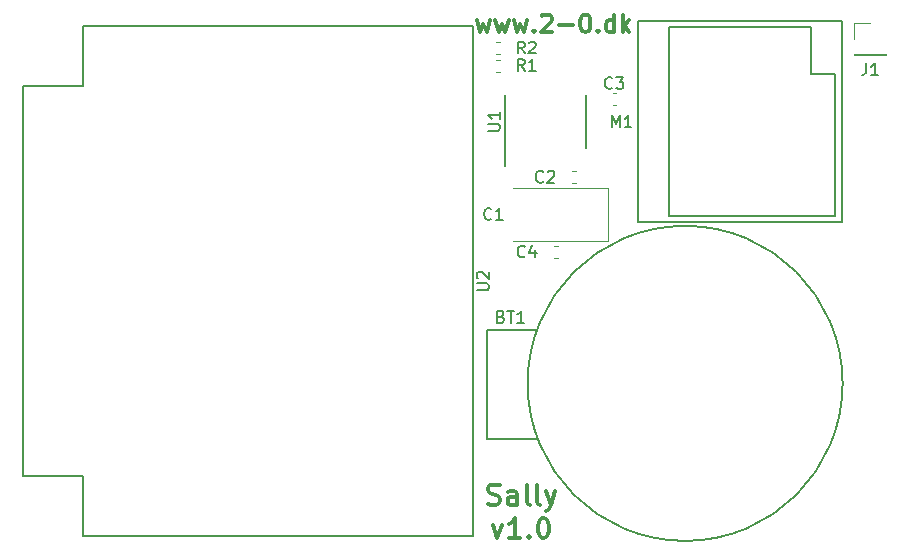
<source format=gbr>
G04 #@! TF.GenerationSoftware,KiCad,Pcbnew,5.1.8-db9833491~87~ubuntu20.04.1*
G04 #@! TF.CreationDate,2020-11-19T11:25:10+01:00*
G04 #@! TF.ProjectId,sally,73616c6c-792e-46b6-9963-61645f706362,v1.0*
G04 #@! TF.SameCoordinates,Original*
G04 #@! TF.FileFunction,Legend,Top*
G04 #@! TF.FilePolarity,Positive*
%FSLAX46Y46*%
G04 Gerber Fmt 4.6, Leading zero omitted, Abs format (unit mm)*
G04 Created by KiCad (PCBNEW 5.1.8-db9833491~87~ubuntu20.04.1) date 2020-11-19 11:25:10*
%MOMM*%
%LPD*%
G01*
G04 APERTURE LIST*
%ADD10C,0.300000*%
%ADD11C,0.150000*%
%ADD12C,0.120000*%
G04 APERTURE END LIST*
D10*
X150673942Y-121843495D02*
X150916800Y-121924447D01*
X151321561Y-121924447D01*
X151483466Y-121843495D01*
X151564419Y-121762542D01*
X151645371Y-121600638D01*
X151645371Y-121438733D01*
X151564419Y-121276828D01*
X151483466Y-121195876D01*
X151321561Y-121114923D01*
X150997752Y-121033971D01*
X150835847Y-120953019D01*
X150754895Y-120872066D01*
X150673942Y-120710161D01*
X150673942Y-120548257D01*
X150754895Y-120386352D01*
X150835847Y-120305400D01*
X150997752Y-120224447D01*
X151402514Y-120224447D01*
X151645371Y-120305400D01*
X153102514Y-121924447D02*
X153102514Y-121033971D01*
X153021561Y-120872066D01*
X152859657Y-120791114D01*
X152535847Y-120791114D01*
X152373942Y-120872066D01*
X153102514Y-121843495D02*
X152940609Y-121924447D01*
X152535847Y-121924447D01*
X152373942Y-121843495D01*
X152292990Y-121681590D01*
X152292990Y-121519685D01*
X152373942Y-121357780D01*
X152535847Y-121276828D01*
X152940609Y-121276828D01*
X153102514Y-121195876D01*
X154154895Y-121924447D02*
X153992990Y-121843495D01*
X153912038Y-121681590D01*
X153912038Y-120224447D01*
X155045371Y-121924447D02*
X154883466Y-121843495D01*
X154802514Y-121681590D01*
X154802514Y-120224447D01*
X155531085Y-120791114D02*
X155935847Y-121924447D01*
X156340609Y-120791114D02*
X155935847Y-121924447D01*
X155773942Y-122329209D01*
X155692990Y-122410161D01*
X155531085Y-122491114D01*
X151038228Y-123641114D02*
X151442990Y-124774447D01*
X151847752Y-123641114D01*
X153385847Y-124774447D02*
X152414419Y-124774447D01*
X152900133Y-124774447D02*
X152900133Y-123074447D01*
X152738228Y-123317304D01*
X152576323Y-123479209D01*
X152414419Y-123560161D01*
X154114419Y-124612542D02*
X154195371Y-124693495D01*
X154114419Y-124774447D01*
X154033466Y-124693495D01*
X154114419Y-124612542D01*
X154114419Y-124774447D01*
X155247752Y-123074447D02*
X155409657Y-123074447D01*
X155571561Y-123155400D01*
X155652514Y-123236352D01*
X155733466Y-123398257D01*
X155814419Y-123722066D01*
X155814419Y-124126828D01*
X155733466Y-124450638D01*
X155652514Y-124612542D01*
X155571561Y-124693495D01*
X155409657Y-124774447D01*
X155247752Y-124774447D01*
X155085847Y-124693495D01*
X155004895Y-124612542D01*
X154923942Y-124450638D01*
X154842990Y-124126828D01*
X154842990Y-123722066D01*
X154923942Y-123398257D01*
X155004895Y-123236352D01*
X155085847Y-123155400D01*
X155247752Y-123074447D01*
X149675000Y-80928571D02*
X149960714Y-81928571D01*
X150246428Y-81214285D01*
X150532142Y-81928571D01*
X150817857Y-80928571D01*
X151246428Y-80928571D02*
X151532142Y-81928571D01*
X151817857Y-81214285D01*
X152103571Y-81928571D01*
X152389285Y-80928571D01*
X152817857Y-80928571D02*
X153103571Y-81928571D01*
X153389285Y-81214285D01*
X153675000Y-81928571D01*
X153960714Y-80928571D01*
X154532142Y-81785714D02*
X154603571Y-81857142D01*
X154532142Y-81928571D01*
X154460714Y-81857142D01*
X154532142Y-81785714D01*
X154532142Y-81928571D01*
X155175000Y-80571428D02*
X155246428Y-80500000D01*
X155389285Y-80428571D01*
X155746428Y-80428571D01*
X155889285Y-80500000D01*
X155960714Y-80571428D01*
X156032142Y-80714285D01*
X156032142Y-80857142D01*
X155960714Y-81071428D01*
X155103571Y-81928571D01*
X156032142Y-81928571D01*
X156675000Y-81357142D02*
X157817857Y-81357142D01*
X158817857Y-80428571D02*
X158960714Y-80428571D01*
X159103571Y-80500000D01*
X159175000Y-80571428D01*
X159246428Y-80714285D01*
X159317857Y-81000000D01*
X159317857Y-81357142D01*
X159246428Y-81642857D01*
X159175000Y-81785714D01*
X159103571Y-81857142D01*
X158960714Y-81928571D01*
X158817857Y-81928571D01*
X158675000Y-81857142D01*
X158603571Y-81785714D01*
X158532142Y-81642857D01*
X158460714Y-81357142D01*
X158460714Y-81000000D01*
X158532142Y-80714285D01*
X158603571Y-80571428D01*
X158675000Y-80500000D01*
X158817857Y-80428571D01*
X159960714Y-81785714D02*
X160032142Y-81857142D01*
X159960714Y-81928571D01*
X159889285Y-81857142D01*
X159960714Y-81785714D01*
X159960714Y-81928571D01*
X161317857Y-81928571D02*
X161317857Y-80428571D01*
X161317857Y-81857142D02*
X161175000Y-81928571D01*
X160889285Y-81928571D01*
X160746428Y-81857142D01*
X160675000Y-81785714D01*
X160603571Y-81642857D01*
X160603571Y-81214285D01*
X160675000Y-81071428D01*
X160746428Y-81000000D01*
X160889285Y-80928571D01*
X161175000Y-80928571D01*
X161317857Y-81000000D01*
X162032142Y-81928571D02*
X162032142Y-80428571D01*
X162175000Y-81357142D02*
X162603571Y-81928571D01*
X162603571Y-80928571D02*
X162032142Y-81500000D01*
D11*
X152050000Y-93250000D02*
X152050000Y-87275000D01*
X158950000Y-91725000D02*
X158950000Y-87275000D01*
D12*
X160830000Y-95110000D02*
X152770000Y-95110000D01*
X160830000Y-99630000D02*
X160830000Y-95110000D01*
X152770000Y-99630000D02*
X160830000Y-99630000D01*
X157747221Y-94710000D02*
X158072779Y-94710000D01*
X157747221Y-93690000D02*
X158072779Y-93690000D01*
X161512779Y-88110000D02*
X161187221Y-88110000D01*
X161512779Y-87090000D02*
X161187221Y-87090000D01*
X156572779Y-99990000D02*
X156247221Y-99990000D01*
X156572779Y-101010000D02*
X156247221Y-101010000D01*
X181670000Y-81170000D02*
X183000000Y-81170000D01*
X181670000Y-82500000D02*
X181670000Y-81170000D01*
X181670000Y-83770000D02*
X184330000Y-83770000D01*
X184330000Y-83770000D02*
X184330000Y-83830000D01*
X181670000Y-83770000D02*
X181670000Y-83830000D01*
X181670000Y-83830000D02*
X184330000Y-83830000D01*
X151337221Y-85260000D02*
X151662779Y-85260000D01*
X151337221Y-84240000D02*
X151662779Y-84240000D01*
X151337221Y-82765000D02*
X151662779Y-82765000D01*
X151337221Y-83785000D02*
X151662779Y-83785000D01*
D11*
X150540000Y-116410000D02*
X154790000Y-116410000D01*
X150540000Y-107160000D02*
X150540000Y-116410000D01*
X154790000Y-107160000D02*
X150540000Y-107160000D01*
X180665000Y-111660000D02*
G75*
G03*
X180665000Y-111660000I-13335000J0D01*
G01*
X178000000Y-81500000D02*
X166000000Y-81500000D01*
X178000000Y-85500000D02*
X178000000Y-81500000D01*
X180000000Y-85500000D02*
X178000000Y-85500000D01*
X180000000Y-97500000D02*
X180000000Y-85500000D01*
X166000000Y-97500000D02*
X180000000Y-97500000D01*
X166000000Y-81500000D02*
X166000000Y-97500000D01*
X163350000Y-98000000D02*
X163350000Y-81000000D01*
X180650000Y-98000000D02*
X163350000Y-98000000D01*
X180650000Y-81000000D02*
X180650000Y-98000000D01*
X163350000Y-81000000D02*
X180650000Y-81000000D01*
X149330000Y-81410000D02*
X149330000Y-124590000D01*
X149330000Y-124590000D02*
X116310000Y-124590000D01*
X116310000Y-124590000D02*
X116310000Y-119510000D01*
X116310000Y-119510000D02*
X111230000Y-119510000D01*
X111230000Y-119510000D02*
X111230000Y-86490000D01*
X111230000Y-86490000D02*
X116310000Y-86490000D01*
X116310000Y-86490000D02*
X116310000Y-81410000D01*
X116310000Y-81410000D02*
X149330000Y-81410000D01*
X150652380Y-90261904D02*
X151461904Y-90261904D01*
X151557142Y-90214285D01*
X151604761Y-90166666D01*
X151652380Y-90071428D01*
X151652380Y-89880952D01*
X151604761Y-89785714D01*
X151557142Y-89738095D01*
X151461904Y-89690476D01*
X150652380Y-89690476D01*
X151652380Y-88690476D02*
X151652380Y-89261904D01*
X151652380Y-88976190D02*
X150652380Y-88976190D01*
X150795238Y-89071428D01*
X150890476Y-89166666D01*
X150938095Y-89261904D01*
X150923333Y-97717142D02*
X150875714Y-97764761D01*
X150732857Y-97812380D01*
X150637619Y-97812380D01*
X150494761Y-97764761D01*
X150399523Y-97669523D01*
X150351904Y-97574285D01*
X150304285Y-97383809D01*
X150304285Y-97240952D01*
X150351904Y-97050476D01*
X150399523Y-96955238D01*
X150494761Y-96860000D01*
X150637619Y-96812380D01*
X150732857Y-96812380D01*
X150875714Y-96860000D01*
X150923333Y-96907619D01*
X151875714Y-97812380D02*
X151304285Y-97812380D01*
X151590000Y-97812380D02*
X151590000Y-96812380D01*
X151494761Y-96955238D01*
X151399523Y-97050476D01*
X151304285Y-97098095D01*
X155313333Y-94557142D02*
X155265714Y-94604761D01*
X155122857Y-94652380D01*
X155027619Y-94652380D01*
X154884761Y-94604761D01*
X154789523Y-94509523D01*
X154741904Y-94414285D01*
X154694285Y-94223809D01*
X154694285Y-94080952D01*
X154741904Y-93890476D01*
X154789523Y-93795238D01*
X154884761Y-93700000D01*
X155027619Y-93652380D01*
X155122857Y-93652380D01*
X155265714Y-93700000D01*
X155313333Y-93747619D01*
X155694285Y-93747619D02*
X155741904Y-93700000D01*
X155837142Y-93652380D01*
X156075238Y-93652380D01*
X156170476Y-93700000D01*
X156218095Y-93747619D01*
X156265714Y-93842857D01*
X156265714Y-93938095D01*
X156218095Y-94080952D01*
X155646666Y-94652380D01*
X156265714Y-94652380D01*
X161158333Y-86632142D02*
X161110714Y-86679761D01*
X160967857Y-86727380D01*
X160872619Y-86727380D01*
X160729761Y-86679761D01*
X160634523Y-86584523D01*
X160586904Y-86489285D01*
X160539285Y-86298809D01*
X160539285Y-86155952D01*
X160586904Y-85965476D01*
X160634523Y-85870238D01*
X160729761Y-85775000D01*
X160872619Y-85727380D01*
X160967857Y-85727380D01*
X161110714Y-85775000D01*
X161158333Y-85822619D01*
X161491666Y-85727380D02*
X162110714Y-85727380D01*
X161777380Y-86108333D01*
X161920238Y-86108333D01*
X162015476Y-86155952D01*
X162063095Y-86203571D01*
X162110714Y-86298809D01*
X162110714Y-86536904D01*
X162063095Y-86632142D01*
X162015476Y-86679761D01*
X161920238Y-86727380D01*
X161634523Y-86727380D01*
X161539285Y-86679761D01*
X161491666Y-86632142D01*
X153763333Y-100897142D02*
X153715714Y-100944761D01*
X153572857Y-100992380D01*
X153477619Y-100992380D01*
X153334761Y-100944761D01*
X153239523Y-100849523D01*
X153191904Y-100754285D01*
X153144285Y-100563809D01*
X153144285Y-100420952D01*
X153191904Y-100230476D01*
X153239523Y-100135238D01*
X153334761Y-100040000D01*
X153477619Y-99992380D01*
X153572857Y-99992380D01*
X153715714Y-100040000D01*
X153763333Y-100087619D01*
X154620476Y-100325714D02*
X154620476Y-100992380D01*
X154382380Y-99944761D02*
X154144285Y-100659047D01*
X154763333Y-100659047D01*
X182656666Y-84552380D02*
X182656666Y-85266666D01*
X182609047Y-85409523D01*
X182513809Y-85504761D01*
X182370952Y-85552380D01*
X182275714Y-85552380D01*
X183656666Y-85552380D02*
X183085238Y-85552380D01*
X183370952Y-85552380D02*
X183370952Y-84552380D01*
X183275714Y-84695238D01*
X183180476Y-84790476D01*
X183085238Y-84838095D01*
X153733333Y-85202380D02*
X153400000Y-84726190D01*
X153161904Y-85202380D02*
X153161904Y-84202380D01*
X153542857Y-84202380D01*
X153638095Y-84250000D01*
X153685714Y-84297619D01*
X153733333Y-84392857D01*
X153733333Y-84535714D01*
X153685714Y-84630952D01*
X153638095Y-84678571D01*
X153542857Y-84726190D01*
X153161904Y-84726190D01*
X154685714Y-85202380D02*
X154114285Y-85202380D01*
X154400000Y-85202380D02*
X154400000Y-84202380D01*
X154304761Y-84345238D01*
X154209523Y-84440476D01*
X154114285Y-84488095D01*
X153733333Y-83727380D02*
X153400000Y-83251190D01*
X153161904Y-83727380D02*
X153161904Y-82727380D01*
X153542857Y-82727380D01*
X153638095Y-82775000D01*
X153685714Y-82822619D01*
X153733333Y-82917857D01*
X153733333Y-83060714D01*
X153685714Y-83155952D01*
X153638095Y-83203571D01*
X153542857Y-83251190D01*
X153161904Y-83251190D01*
X154114285Y-82822619D02*
X154161904Y-82775000D01*
X154257142Y-82727380D01*
X154495238Y-82727380D01*
X154590476Y-82775000D01*
X154638095Y-82822619D01*
X154685714Y-82917857D01*
X154685714Y-83013095D01*
X154638095Y-83155952D01*
X154066666Y-83727380D01*
X154685714Y-83727380D01*
X151744285Y-105998571D02*
X151887142Y-106046190D01*
X151934761Y-106093809D01*
X151982380Y-106189047D01*
X151982380Y-106331904D01*
X151934761Y-106427142D01*
X151887142Y-106474761D01*
X151791904Y-106522380D01*
X151410952Y-106522380D01*
X151410952Y-105522380D01*
X151744285Y-105522380D01*
X151839523Y-105570000D01*
X151887142Y-105617619D01*
X151934761Y-105712857D01*
X151934761Y-105808095D01*
X151887142Y-105903333D01*
X151839523Y-105950952D01*
X151744285Y-105998571D01*
X151410952Y-105998571D01*
X152268095Y-105522380D02*
X152839523Y-105522380D01*
X152553809Y-106522380D02*
X152553809Y-105522380D01*
X153696666Y-106522380D02*
X153125238Y-106522380D01*
X153410952Y-106522380D02*
X153410952Y-105522380D01*
X153315714Y-105665238D01*
X153220476Y-105760476D01*
X153125238Y-105808095D01*
X161120476Y-89952380D02*
X161120476Y-88952380D01*
X161453809Y-89666666D01*
X161787142Y-88952380D01*
X161787142Y-89952380D01*
X162787142Y-89952380D02*
X162215714Y-89952380D01*
X162501428Y-89952380D02*
X162501428Y-88952380D01*
X162406190Y-89095238D01*
X162310952Y-89190476D01*
X162215714Y-89238095D01*
X149702380Y-103761904D02*
X150511904Y-103761904D01*
X150607142Y-103714285D01*
X150654761Y-103666666D01*
X150702380Y-103571428D01*
X150702380Y-103380952D01*
X150654761Y-103285714D01*
X150607142Y-103238095D01*
X150511904Y-103190476D01*
X149702380Y-103190476D01*
X149797619Y-102761904D02*
X149750000Y-102714285D01*
X149702380Y-102619047D01*
X149702380Y-102380952D01*
X149750000Y-102285714D01*
X149797619Y-102238095D01*
X149892857Y-102190476D01*
X149988095Y-102190476D01*
X150130952Y-102238095D01*
X150702380Y-102809523D01*
X150702380Y-102190476D01*
M02*

</source>
